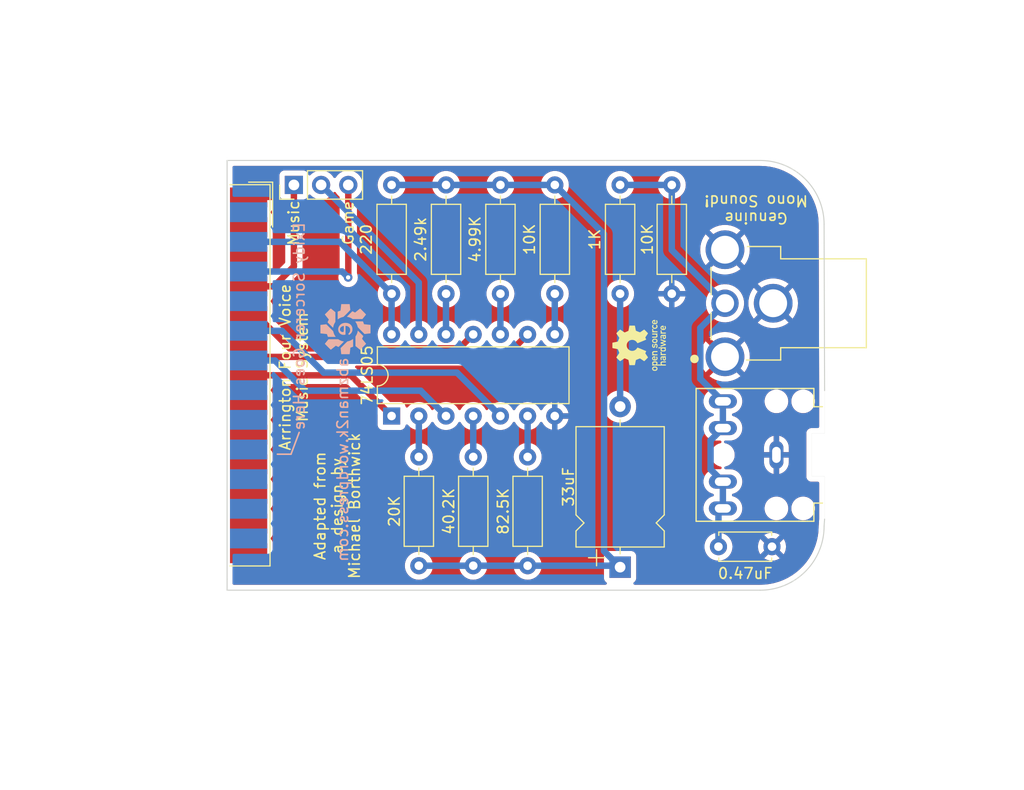
<source format=kicad_pcb>
(kicad_pcb (version 20221018) (generator pcbnew)
  (layers (0 "F.Cu" signal) (31 "B.Cu" signal) (34 "B.Paste" user) (35 "F.Paste" user) (36 "B.SilkS" user "B.Silkscreen") (37 "F.SilkS" user "F.Silkscreen") (38 "B.Mask" user) (39 "F.Mask" user) (44 "Edge.Cuts" user))
  (net 0 "")
  (net 1 "Net-(C1-Pad1)")
  (net 2 "GND")
  (net 3 "Net-(C2-Pad1)")
  (net 4 "Net-(C2-Pad2)")
  (net 7 "Net-(J2-Pad4)")
  (net 8 "Net-(J2-Pad5)")
  (net 9 "Net-(J2-Pad6)")
  (net 10 "Net-(J2-Pad7)")
  (net 18 "VCC")
  (net 19 "Net-(J2-Pad16)")
  (net 21 "Net-(J2-Pad18)")
  (net 22 "Net-(J2-Pad19)")
  (net 29 "Net-(R3-Pad2)")
  (net 30 "Net-(R4-Pad2)")
  (net 31 "Net-(R5-Pad2)")
  (net 32 "Net-(R6-Pad2)")
  (net 33 "Net-(R7-Pad2)")
  (net 34 "Net-(R8-Pad2)")
  (net 35 "Net-(SW1-Pad2)")
  (footprint "Resistor_THT:R_Axial_DIN0207_L6.3mm_D2.5mm_P10.16mm_Horizontal" (layer "F.Cu") (at 99.06 58.42 90)
    (fp_text reference "R3" hide)
    (fp_text value "20K" (at 5.08 -2.286 90) (layer "F.SilkS"))
    (pad "1" thru_hole circle (at 0 0 90) (size 1.6 1.6) (drill 0.8) (layers "*.Cu" "*.Mask") (net 3 "Net-(C2-Pad1)"))
    (pad "2" thru_hole oval (at 10.16 0 90) (size 1.6 1.6) (drill 0.8) (layers "*.Cu" "*.Mask") (net 29 "Net-(R3-Pad2)"))
  )
  (footprint "Package_DIP:DIP-14_W7.62mm" (layer "F.Cu") (at 96.515 44.44 90)
    (fp_text reference "U1" hide)
    (fp_text value "74LS05" (at 3.81 -2.281 90) (layer "F.SilkS"))
    (pad "1" thru_hole rect (at 0 0 90) (size 1.6 1.6) (drill 0.8) (layers "*.Cu" "*.Mask") (net 10 "Net-(J2-Pad7)"))
    (pad "2" thru_hole oval (at 0 2.54 90) (size 1.6 1.6) (drill 0.8) (layers "*.Cu" "*.Mask") (net 29 "Net-(R3-Pad2)"))
    (pad "3" thru_hole oval (at 0 5.08 90) (size 1.6 1.6) (drill 0.8) (layers "*.Cu" "*.Mask") (net 22 "Net-(J2-Pad19)"))
    (pad "4" thru_hole oval (at 0 7.62 90) (size 1.6 1.6) (drill 0.8) (layers "*.Cu" "*.Mask") (net 30 "Net-(R4-Pad2)"))
    (pad "5" thru_hole oval (at 0 10.16 90) (size 1.6 1.6) (drill 0.8) (layers "*.Cu" "*.Mask") (net 21 "Net-(J2-Pad18)"))
    (pad "6" thru_hole oval (at 0 12.7 90) (size 1.6 1.6) (drill 0.8) (layers "*.Cu" "*.Mask") (net 32 "Net-(R6-Pad2)"))
    (pad "7" thru_hole oval (at 0 15.24 90) (size 1.6 1.6) (drill 0.8) (layers "*.Cu" "*.Mask") (net 2 "GND"))
    (pad "8" thru_hole oval (at 7.62 15.24 90) (size 1.6 1.6) (drill 0.8) (layers "*.Cu" "*.Mask") (net 31 "Net-(R5-Pad2)"))
    (pad "9" thru_hole oval (at 7.62 12.7 90) (size 1.6 1.6) (drill 0.8) (layers "*.Cu" "*.Mask") (net 9 "Net-(J2-Pad6)"))
    (pad "10" thru_hole oval (at 7.62 10.16 90) (size 1.6 1.6) (drill 0.8) (layers "*.Cu" "*.Mask") (net 33 "Net-(R7-Pad2)"))
    (pad "11" thru_hole oval (at 7.62 7.62 90) (size 1.6 1.6) (drill 0.8) (layers "*.Cu" "*.Mask") (net 8 "Net-(J2-Pad5)"))
    (pad "12" thru_hole oval (at 7.62 5.08 90) (size 1.6 1.6) (drill 0.8) (layers "*.Cu" "*.Mask") (net 34 "Net-(R8-Pad2)"))
    (pad "13" thru_hole oval (at 7.62 2.54 90) (size 1.6 1.6) (drill 0.8) (layers "*.Cu" "*.Mask") (net 35 "Net-(SW1-Pad2)"))
    (pad "14" thru_hole oval (at 7.62 0 90) (size 1.6 1.6) (drill 0.8) (layers "*.Cu" "*.Mask") (net 18 "VCC"))
  )
  (footprint "Evan's misc parts:CUI_SJ1-3525N" (layer "F.Cu") (at 132.453 48.0695 180)
    (fp_text reference "J1" hide)
    (fp_text value "SJ1-3525N")
    (fp_line (start -4.5 -6) (end -4.5 -2) (stroke (width 0.01)) (layer "Edge.Cuts"))
    (fp_line (start -4.5 -2) (end -3.3 -2) (stroke (width 0.01)) (layer "Edge.Cuts"))
    (fp_line (start -4.5 2) (end -4.5 6) (stroke (width 0.01)) (layer "Edge.Cuts"))
    (fp_line (start -3.3 -2) (end -3.3 2) (stroke (width 0.01)) (layer "Edge.Cuts"))
    (fp_line (start -3.3 2) (end -4.5 2) (stroke (width 0.01)) (layer "Edge.Cuts"))
    (pad "" np_thru_hole circle (at -2.5 -5 180) (size 1.2 1.2) (drill 1.2) (layers "*.Cu" "*.Mask"))
    (pad "" np_thru_hole circle (at -2.5 5 180) (size 1.2 1.2) (drill 1.2) (layers "*.Cu" "*.Mask"))
    (pad "" np_thru_hole circle (at 0 -5 180) (size 1.2 1.2) (drill 1.2) (layers "*.Cu" "*.Mask"))
    (pad "" np_thru_hole circle (at 0 5 180) (size 1.2 1.2) (drill 1.2) (layers "*.Cu" "*.Mask"))
    (pad "" np_thru_hole circle (at 5 0 180) (size 1.2 1.2) (drill 1.2) (layers "*.Cu" "*.Mask"))
    (pad "1" thru_hole oval (at 0 0 180) (size 1.308 2.616) (drill oval 0.8 1.5) (layers "*.Cu" "*.Mask") (net 2 "GND"))
    (pad "2" thru_hole oval (at 5 5 180) (size 2.616 1.308) (drill oval 1.5 0.8) (layers "*.Cu" "*.Mask") (net 1 "Net-(C1-Pad1)"))
    (pad "3" thru_hole oval (at 5 -5 180) (size 2.616 1.308) (drill oval 1.5 0.8) (layers "*.Cu" "*.Mask") (net 1 "Net-(C1-Pad1)"))
    (pad "10" thru_hole oval (at 5 2.5 180) (size 2.616 1.308) (drill oval 1.5 0.8) (layers "*.Cu" "*.Mask") (net 1 "Net-(C1-Pad1)"))
    (pad "11" thru_hole oval (at 5 -2.5 180) (size 2.616 1.308) (drill oval 1.5 0.8) (layers "*.Cu" "*.Mask") (net 1 "Net-(C1-Pad1)"))
  )
  (footprint "Evan's misc parts:CUI_RCJ-013" (layer "F.Cu") (at 133.601 33.909 180)
    (fp_text reference "J3" hide)
    (fp_text value "RCJ-013")
    (pad "1A" thru_hole circle (at 5.95 -5 180) (size 3.616 3.616) (drill 2.6) (layers "*.Cu" "*.Mask") (net 2 "GND"))
    (pad "1B" thru_hole circle (at 5.95 5 180) (size 3.616 3.616) (drill 2.6) (layers "*.Cu" "*.Mask") (net 2 "GND"))
    (pad "1C" thru_hole circle (at 1.45 0 180) (size 3.616 3.616) (drill 2.6) (layers "*.Cu" "*.Mask") (net 2 "GND"))
    (pad "2" thru_hole circle (at 5.95 0 180) (size 2.55 2.55) (drill 1.7) (layers "*.Cu" "*.Mask") (net 1 "Net-(C1-Pad1)"))
  )
  (footprint "Evan's misc parts:OSHW gear" (layer "F.Cu") (at 119.634 37.846 90)
    (fp_text reference "G***" hide)
    (fp_text value "LOGO" hide)
  )
  (footprint "Resistor_THT:R_Axial_DIN0207_L6.3mm_D2.5mm_P10.16mm_Horizontal" (layer "F.Cu") (at 122.682 22.86 -90)
    (fp_text reference "R1" hide)
    (fp_text value "10K" (at 5.08 2.286 90) (layer "F.SilkS"))
    (pad "1" thru_hole circle (at 0 0 270) (size 1.6 1.6) (drill 0.8) (layers "*.Cu" "*.Mask") (net 1 "Net-(C1-Pad1)"))
    (pad "2" thru_hole oval (at 10.16 0 270) (size 1.6 1.6) (drill 0.8) (layers "*.Cu" "*.Mask") (net 2 "GND"))
  )
  (footprint "Resistor_THT:R_Axial_DIN0207_L6.3mm_D2.5mm_P10.16mm_Horizontal" (layer "F.Cu") (at 111.76 22.86 -90)
    (fp_text reference "R5" hide)
    (fp_text value "10K" (at 5.08 2.37 90) (layer "F.SilkS"))
    (pad "1" thru_hole circle (at 0 0 270) (size 1.6 1.6) (drill 0.8) (layers "*.Cu" "*.Mask") (net 3 "Net-(C2-Pad1)"))
    (pad "2" thru_hole oval (at 10.16 0 270) (size 1.6 1.6) (drill 0.8) (layers "*.Cu" "*.Mask") (net 31 "Net-(R5-Pad2)"))
  )
  (footprint "Capacitor_THT:C_Disc_D4.7mm_W2.5mm_P5.00mm" (layer "F.Cu") (at 127.04 56.642)
    (fp_text reference "C1" hide)
    (fp_text value "0.47uF" (at 2.5 2.5) (layer "F.SilkS"))
    (pad "1" thru_hole circle (at 0 0) (size 1.6 1.6) (drill 0.8) (layers "*.Cu" "*.Mask") (net 1 "Net-(C1-Pad1)"))
    (pad "2" thru_hole circle (at 5 0) (size 1.6 1.6) (drill 0.8) (layers "*.Cu" "*.Mask") (net 2 "GND"))
  )
  (footprint "Resistor_THT:R_Axial_DIN0207_L6.3mm_D2.5mm_P10.16mm_Horizontal" (layer "F.Cu") (at 96.52 22.86 -90)
    (fp_text reference "R9" hide)
    (fp_text value "220" (at 5.08 2.37 90) (layer "F.SilkS"))
    (pad "1" thru_hole circle (at 0 0 270) (size 1.6 1.6) (drill 0.8) (layers "*.Cu" "*.Mask") (net 3 "Net-(C2-Pad1)"))
    (pad "2" thru_hole oval (at 10.16 0 270) (size 1.6 1.6) (drill 0.8) (layers "*.Cu" "*.Mask") (net 18 "VCC"))
  )
  (footprint "Resistor_THT:R_Axial_DIN0207_L6.3mm_D2.5mm_P10.16mm_Horizontal" (layer "F.Cu") (at 104.14 58.42 90)
    (fp_text reference "R4" hide)
    (fp_text value "40.2K" (at 5.08 -2.286 90) (layer "F.SilkS"))
    (pad "1" thru_hole circle (at 0 0 90) (size 1.6 1.6) (drill 0.8) (layers "*.Cu" "*.Mask") (net 3 "Net-(C2-Pad1)"))
    (pad "2" thru_hole oval (at 10.16 0 90) (size 1.6 1.6) (drill 0.8) (layers "*.Cu" "*.Mask") (net 30 "Net-(R4-Pad2)"))
  )
  (footprint "Connector_Dsub:DSUB-25_Male_EdgeMount_P2.77mm" (layer "F.Cu") (at 83.1625 40.64 -90)
    (fp_text reference "J2" hide)
    (fp_text value "DB25_Male")
    (pad "1" smd rect (at -16.62 0 270) (size 1.846667 3.48) (layers "F.Cu" "F.Paste" "F.Mask") (net 2 "GND"))
    (pad "2" smd rect (at -13.85 0 270) (size 1.846667 3.48) (layers "F.Cu" "F.Paste" "F.Mask"))
    (pad "3" smd rect (at -11.08 0 270) (size 1.846667 3.48) (layers "F.Cu" "F.Paste" "F.Mask"))
    (pad "4" smd rect (at -8.31 0 270) (size 1.846667 3.48) (layers "F.Cu" "F.Paste" "F.Mask") (net 7 "Net-(J2-Pad4)"))
    (pad "5" smd rect (at -5.54 0 270) (size 1.846667 3.48) (layers "F.Cu" "F.Paste" "F.Mask") (net 8 "Net-(J2-Pad5)"))
    (pad "6" smd rect (at -2.77 0 270) (size 1.846667 3.48) (layers "F.Cu" "F.Paste" "F.Mask") (net 9 "Net-(J2-Pad6)"))
    (pad "7" smd rect (at 0 0 270) (size 1.846667 3.48) (layers "F.Cu" "F.Paste" "F.Mask") (net 10 "Net-(J2-Pad7)"))
    (pad "8" smd rect (at 2.77 0 270) (size 1.846667 3.48) (layers "F.Cu" "F.Paste" "F.Mask"))
    (pad "9" smd rect (at 5.54 0 270) (size 1.846667 3.48) (layers "F.Cu" "F.Paste" "F.Mask"))
    (pad "10" smd rect (at 8.31 0 270) (size 1.846667 3.48) (layers "F.Cu" "F.Paste" "F.Mask"))
    (pad "11" smd rect (at 11.08 0 270) (size 1.846667 3.48) (layers "F.Cu" "F.Paste" "F.Mask"))
    (pad "12" smd rect (at 13.85 0 270) (size 1.846667 3.48) (layers "F.Cu" "F.Paste" "F.Mask"))
    (pad "13" smd rect (at 16.62 0 270) (size 1.846667 3.48) (layers "F.Cu" "F.Paste" "F.Mask"))
    (pad "14" smd rect (at -15.235 0 270) (size 1.846667 3.48) (layers "B.Cu" "B.Paste" "B.Mask"))
    (pad "15" smd rect (at -12.465 0 270) (size 1.846667 3.48) (layers "B.Cu" "B.Paste" "B.Mask") (net 18 "VCC"))
    (pad "16" smd rect (at -9.695 0 270) (size 1.846667 3.48) (layers "B.Cu" "B.Paste" "B.Mask") (net 19 "Net-(J2-Pad16)"))
    (pad "17" smd rect (at -6.925 0 270) (size 1.846667 3.48) (layers "B.Cu" "B.Paste" "B.Mask"))
    (pad "18" smd rect (at -4.155 0 270) (size 1.846667 3.48) (layers "B.Cu" "B.Paste" "B.Mask") (net 21 "Net-(J2-Pad18)"))
    (pad "19" smd rect (at -1.385 0 270) (size 1.846667 3.48) (layers "B.Cu" "B.Paste" "B.Mask") (net 22 "Net-(J2-Pad19)"))
    (pad "20" smd rect (at 1.385 0 270) (size 1.846667 3.48) (layers "B.Cu" "B.Paste" "B.Mask"))
    (pad "21" smd rect (at 4.155 0 270) (size 1.846667 3.48) (layers "B.Cu" "B.Paste" "B.Mask"))
    (pad "22" smd rect (at 6.925 0 270) (size 1.846667 3.48) (layers "B.Cu" "B.Paste" "B.Mask"))
    (pad "23" smd rect (at 9.695 0 270) (size 1.846667 3.48) (layers "B.Cu" "B.Paste" "B.Mask"))
    (pad "24" smd rect (at 12.465 0 270) (size 1.846667 3.48) (layers "B.Cu" "B.Paste" "B.Mask"))
    (pad "25" smd rect (at 15.235 0 270) (size 1.846667 3.48) (layers "B.Cu" "B.Paste" "B.Mask"))
  )
  (footprint "Connector_PinHeader_2.54mm:PinHeader_1x03_P2.54mm_Vertical" (layer "F.Cu") (at 87.391 22.86 90)
    (fp_text reference "SW1" hide)
    (fp_text value "SW_SPDT")
    (pad "1" thru_hole rect (at 0 0 90) (size 1.7 1.7) (drill 1) (layers "*.Cu" "*.Mask") (net 7 "Net-(J2-Pad4)"))
    (pad "2" thru_hole oval (at 0 2.54 90) (size 1.7 1.7) (drill 1) (layers "*.Cu" "*.Mask") (net 35 "Net-(SW1-Pad2)"))
    (pad "3" thru_hole oval (at 0 5.08 90) (size 1.7 1.7) (drill 1) (layers "*.Cu" "*.Mask") (net 19 "Net-(J2-Pad16)"))
  )
  (footprint "Resistor_THT:R_Axial_DIN0207_L6.3mm_D2.5mm_P10.16mm_Horizontal" (layer "F.Cu") (at 117.856 22.86 -90)
    (fp_text reference "R2" hide)
    (fp_text value "1K" (at 5.08 2.37 90) (layer "F.SilkS"))
    (pad "1" thru_hole circle (at 0 0 270) (size 1.6 1.6) (drill 0.8) (layers "*.Cu" "*.Mask") (net 1 "Net-(C1-Pad1)"))
    (pad "2" thru_hole oval (at 10.16 0 270) (size 1.6 1.6) (drill 0.8) (layers "*.Cu" "*.Mask") (net 4 "Net-(C2-Pad2)"))
  )
  (footprint "Resistor_THT:R_Axial_DIN0207_L6.3mm_D2.5mm_P10.16mm_Horizontal" (layer "F.Cu") (at 106.68 22.86 -90)
    (fp_text reference "R7" hide)
    (fp_text value "4.99K" (at 5.08 2.37 90) (layer "F.SilkS"))
    (pad "1" thru_hole circle (at 0 0 270) (size 1.6 1.6) (drill 0.8) (layers "*.Cu" "*.Mask") (net 3 "Net-(C2-Pad1)"))
    (pad "2" thru_hole oval (at 10.16 0 270) (size 1.6 1.6) (drill 0.8) (layers "*.Cu" "*.Mask") (net 33 "Net-(R7-Pad2)"))
  )
  (footprint "Resistor_THT:R_Axial_DIN0207_L6.3mm_D2.5mm_P10.16mm_Horizontal" (layer "F.Cu") (at 101.6 22.86 -90)
    (fp_text reference "R8" hide)
    (fp_text value "2.49k" (at 5.08 2.37 90) (layer "F.SilkS"))
    (pad "1" thru_hole circle (at 0 0 270) (size 1.6 1.6) (drill 0.8) (layers "*.Cu" "*.Mask") (net 3 "Net-(C2-Pad1)"))
    (pad "2" thru_hole oval (at 10.16 0 270) (size 1.6 1.6) (drill 0.8) (layers "*.Cu" "*.Mask") (net 34 "Net-(R8-Pad2)"))
  )
  (footprint "Resistor_THT:R_Axial_DIN0207_L6.3mm_D2.5mm_P10.16mm_Horizontal" (layer "F.Cu") (at 109.22 58.42 90)
    (fp_text reference "R6" hide)
    (fp_text value "82.5K" (at 5.08 -2.286 90) (layer "F.SilkS"))
    (pad "1" thru_hole circle (at 0 0 90) (size 1.6 1.6) (drill 0.8) (layers "*.Cu" "*.Mask") (net 3 "Net-(C2-Pad1)"))
    (pad "2" thru_hole oval (at 10.16 0 90) (size 1.6 1.6) (drill 0.8) (layers "*.Cu" "*.Mask") (net 32 "Net-(R6-Pad2)"))
  )
  (footprint "Capacitor_THT:CP_Axial_L11.0mm_D8.0mm_P15.00mm_Horizontal" (layer "F.Cu") (at 117.856 58.554 90)
    (fp_text reference "C2" hide)
    (fp_text value "33uF" (at 7.5 -4.826 90) (layer "F.SilkS"))
    (pad "1" thru_hole rect (at 0 0 90) (size 2 2) (drill 1) (layers "*.Cu" "*.Mask") (net 3 "Net-(C2-Pad1)"))
    (pad "2" thru_hole oval (at 15 0 90) (size 2 2) (drill 1) (layers "*.Cu" "*.Mask") (net 4 "Net-(C2-Pad2)"))
  )
  (footprint "Evan's misc parts:Evan Logo" (layer "B.Cu") (at 92.202 36.322 -90)
    (fp_text reference "G***" hide)
    (fp_text value "LOGO" hide)
  )
  (gr_line (start 87.884 45.974) (end 87.122 48.006) (stroke (width 0.15)) (layer "B.SilkS"))
  (gr_line (start 87.122 48.006) (end 85.852 48.006) (stroke (width 0.15)) (layer "B.SilkS"))
  (gr_line (start 136.953 42.0695) (end 136.906 26.543) (stroke (width 0.1)) (layer "Edge.Cuts"))
  (gr_line (start 136.906 54.737) (end 136.953 54.0695) (stroke (width 0.1)) (layer "Edge.Cuts"))
  (gr_line (start 81.153 20.574) (end 81.153 59.69) (stroke (width 0.1)) (layer "Edge.Cuts"))
  (gr_line (start 81.153 59.69) (end 81.153 60.706) (stroke (width 0.1)) (layer "Edge.Cuts"))
  (gr_line (start 81.153 60.706) (end 130.937 60.706) (stroke (width 0.1)) (layer "Edge.Cuts"))
  (gr_arc (start 130.937 20.574) (mid 135.15772 22.32228) (end 136.906 26.543) (stroke (width 0.1)) (layer "Edge.Cuts"))
  (gr_arc (start 136.906 54.737) (mid 135.15772 58.95772) (end 130.937 60.706) (stroke (width 0.1)) (layer "Edge.Cuts"))
  (gr_line (start 81.153 20.574) (end 127.127 20.574) (stroke (width 0.1)) (layer "Edge.Cuts"))
  (gr_line (start 127.127 20.574) (end 130.937 20.574) (stroke (width 0.1)) (layer "Edge.Cuts"))
  (gr_text "abzman2k.wordpress.com" (at 91.948 48.514 90) (layer "B.SilkS") (effects (font (size 1 1)) (justify mirror)))
  (gr_text "Exidy Sorcerer Goes Here" (at 87.884 36.068 90) (layer "B.SilkS") (effects (font (size 1 1)) (justify mirror)))
  (gr_text "Arrington Four Voice\nMusic System" (at 87.376 39.878 90) (layer "F.SilkS") (effects (font (size 1 1))))
  (gr_text "Adapted from\na design by\nMichael Borthwick" (at 91.44 52.832 90) (layer "F.SilkS") (effects (font (size 1 1))))
  (gr_text "Music" (at 87.376 26.416 90) (layer "F.SilkS") (effects (font (size 1 1))))
  (gr_text "Genuine\nMono Sound!" (at 130.556 25.146 180) (layer "F.SilkS") (effects (font (size 1 1))))
  (gr_text "Game" (at 92.456 26.416 90) (layer "F.SilkS") (effects (font (size 1 1))))
  (segment (start 126.303479 49.419979) (end 127.453 50.5695) (width 0.6) (layer "B.Cu") (net 1))
  (segment (start 127.04 53.4825) (end 127.453 53.0695) (width 0.6) (layer "B.Cu") (net 1))
  (segment (start 127.651 33.909) (end 125.343489 36.216511) (width 0.6) (layer "B.Cu") (net 1))
  (segment (start 117.856 22.86) (end 122.682 22.86) (width 0.6) (layer "B.Cu") (net 1))
  (segment (start 125.343489 40.959989) (end 127.453 43.0695) (width 0.6) (layer "B.Cu") (net 1))
  (segment (start 126.303479 46.719021) (end 126.303479 49.419979) (width 0.6) (layer "B.Cu") (net 1))
  (segment (start 127.04 56.642) (end 127.04 53.4825) (width 0.6) (layer "B.Cu") (net 1))
  (segment (start 127.453 50.5695) (end 127.453 53.0695) (width 0.6) (layer "B.Cu") (net 1))
  (segment (start 122.682 22.86) (end 122.682 28.94) (width 0.6) (layer "B.Cu") (net 1))
  (segment (start 125.343489 36.216511) (end 125.343489 40.959989) (width 0.6) (layer "B.Cu") (net 1))
  (segment (start 127.453 43.0695) (end 127.453 45.5695) (width 0.6) (layer "B.Cu") (net 1))
  (segment (start 122.682 28.94) (end 127.651 33.909) (width 0.6) (layer "B.Cu") (net 1))
  (segment (start 127.453 45.5695) (end 126.303479 46.719021) (width 0.6) (layer "B.Cu") (net 1))
  (segment (start 101.6 22.86) (end 106.68 22.86) (width 0.6) (layer "B.Cu") (net 3))
  (segment (start 109.22 58.42) (end 117.722 58.42) (width 0.6) (layer "B.Cu") (net 3))
  (segment (start 96.52 22.86) (end 101.6 22.86) (width 0.6) (layer "B.Cu") (net 3))
  (segment (start 116.356489 57.054489) (end 117.856 58.554) (width 0.6) (layer "B.Cu") (net 3))
  (segment (start 116.356489 27.456489) (end 116.356489 57.054489) (width 0.6) (layer "B.Cu") (net 3))
  (segment (start 117.722 58.42) (end 117.856 58.554) (width 0.6) (layer "B.Cu") (net 3))
  (segment (start 104.14 58.42) (end 109.22 58.42) (width 0.6) (layer "B.Cu") (net 3))
  (segment (start 99.06 58.42) (end 104.14 58.42) (width 0.6) (layer "B.Cu") (net 3))
  (segment (start 106.68 22.86) (end 111.76 22.86) (width 0.6) (layer "B.Cu") (net 3))
  (segment (start 111.76 22.86) (end 116.356489 27.456489) (width 0.6) (layer "B.Cu") (net 3))
  (segment (start 117.856 33.02) (end 117.856 43.554) (width 0.6) (layer "B.Cu") (net 4))
  (segment (start 87.391 30.465) (end 85.526 32.33) (width 0.6) (layer "F.Cu") (net 7))
  (segment (start 85.526 32.33) (end 83.1625 32.33) (width 0.6) (layer "F.Cu") (net 7))
  (segment (start 87.391 22.86) (end 87.391 30.465) (width 0.6) (layer "F.Cu") (net 7))
  (segment (start 102.835489 38.119511) (end 104.135 36.82) (width 0.6) (layer "F.Cu") (net 8))
  (segment (start 83.1625 35.1) (end 83.979167 35.1) (width 0.6) (layer "F.Cu") (net 8))
  (segment (start 86.998678 38.119511) (end 102.835489 38.119511) (width 0.6) (layer "F.Cu") (net 8))
  (segment (start 83.979167 35.1) (end 86.998678 38.119511) (width 0.6) (layer "F.Cu") (net 8))
  (segment (start 83.1625 37.87) (end 84.211531 38.919031) (width 0.6) (layer "F.Cu") (net 9))
  (segment (start 84.211531 38.919031) (end 107.115969 38.919031) (width 0.6) (layer "F.Cu") (net 9))
  (segment (start 107.115969 38.919031) (end 109.215 36.82) (width 0.6) (layer "F.Cu") (net 9))
  (segment (start 92.715 40.64) (end 96.515 44.44) (width 0.6) (layer "F.Cu") (net 10))
  (segment (start 83.1625 40.64) (end 92.715 40.64) (width 0.6) (layer "F.Cu") (net 10))
  (segment (start 83.1625 28.175) (end 91.675 28.175) (width 0.6) (layer "B.Cu") (net 18))
  (segment (start 91.675 28.175) (end 96.52 33.02) (width 0.6) (layer "B.Cu") (net 18))
  (segment (start 96.515 33.025) (end 96.52 33.02) (width 0.6) (layer "B.Cu") (net 18))
  (segment (start 96.515 36.82) (end 96.515 33.025) (width 0.6) (layer "B.Cu") (net 18))
  (segment (start 92.471 22.86) (end 92.471 31.481) (width 0.6) (layer "F.Cu") (net 19))
  (segment (start 92.471 31.481) (end 92.456 31.496) (width 0.6) (layer "F.Cu") (net 19))
  (via (at 92.456 31.496) (size 0.8) (drill 0.4) (layers "F.Cu" "B.Cu") (net 19))
  (segment (start 91.905 30.945) (end 92.456 31.496) (width 0.6) (layer "B.Cu") (net 19))
  (segment (start 83.1625 30.945) (end 91.905 30.945) (width 0.6) (layer "B.Cu") (net 19))
  (segment (start 106.675 44.44) (end 102.621 40.386) (width 0.6) (layer "B.Cu") (net 21))
  (segment (start 86.269 36.485) (end 83.1625 36.485) (width 0.6) (layer "B.Cu") (net 21))
  (segment (start 102.621 40.386) (end 90.17 40.386) (width 0.6) (layer "B.Cu") (net 21))
  (segment (start 90.17 40.386) (end 86.269 36.485) (width 0.6) (layer "B.Cu") (net 21))
  (segment (start 85.618475 39.255) (end 83.1625 39.255) (width 0.6) (layer "B.Cu") (net 22))
  (segment (start 88.42952 42.07452) (end 88.42952 42.066045) (width 0.6) (layer "B.Cu") (net 22))
  (segment (start 88.42952 42.066045) (end 85.618475 39.255) (width 0.6) (layer "B.Cu") (net 22))
  (segment (start 101.595 44.44) (end 99.22952 42.07452) (width 0.6) (layer "B.Cu") (net 22))
  (segment (start 99.22952 42.07452) (end 88.42952 42.07452) (width 0.6) (layer "B.Cu") (net 22))
  (segment (start 99.06 48.26) (end 99.06 44.445) (width 0.6) (layer "B.Cu") (net 29))
  (segment (start 99.06 44.445) (end 99.055 44.44) (width 0.6) (layer "B.Cu") (net 29))
  (segment (start 104.14 48.26) (end 104.14 44.445) (width 0.6) (layer "B.Cu") (net 30))
  (segment (start 104.14 44.445) (end 104.135 44.44) (width 0.6) (layer "B.Cu") (net 30))
  (segment (start 111.755 36.82) (end 111.755 33.025) (width 0.6) (layer "B.Cu") (net 31))
  (segment (start 111.755 33.025) (end 111.76 33.02) (width 0.6) (layer "B.Cu") (net 31))
  (segment (start 109.22 44.445) (end 109.215 44.44) (width 0.6) (layer "B.Cu") (net 32))
  (segment (start 109.22 48.26) (end 109.22 44.445) (width 0.6) (layer "B.Cu") (net 32))
  (segment (start 106.675 36.82) (end 106.675 33.025) (width 0.6) (layer "B.Cu") (net 33))
  (segment (start 106.675 33.025) (end 106.68 33.02) (width 0.6) (layer "B.Cu") (net 33))
  (segment (start 101.595 36.82) (end 101.595 33.025) (width 0.6) (layer "B.Cu") (net 34))
  (segment (start 101.595 33.025) (end 101.6 33.02) (width 0.6) (layer "B.Cu") (net 34))
  (segment (start 89.931 22.86) (end 99.055 31.984) (width 0.6) (layer "B.Cu") (net 35))
  (segment (start 99.055 31.984) (end 99.055 36.82) (width 0.6) (layer "B.Cu") (net 35))
  (zone (net 2) (net_name "GND") (layers "F&B.Cu") (connect_pads (clearance 0.508)) (min_thickness 0.254) (fill yes (thermal_gap 0.508) (thermal_bridge_width 0.508))
    (polygon (pts (xy 155.067 8.001) (xy 155.575 79.375) (xy 59.944 79.121) (xy 62.23 5.588)))
  )
)
</source>
